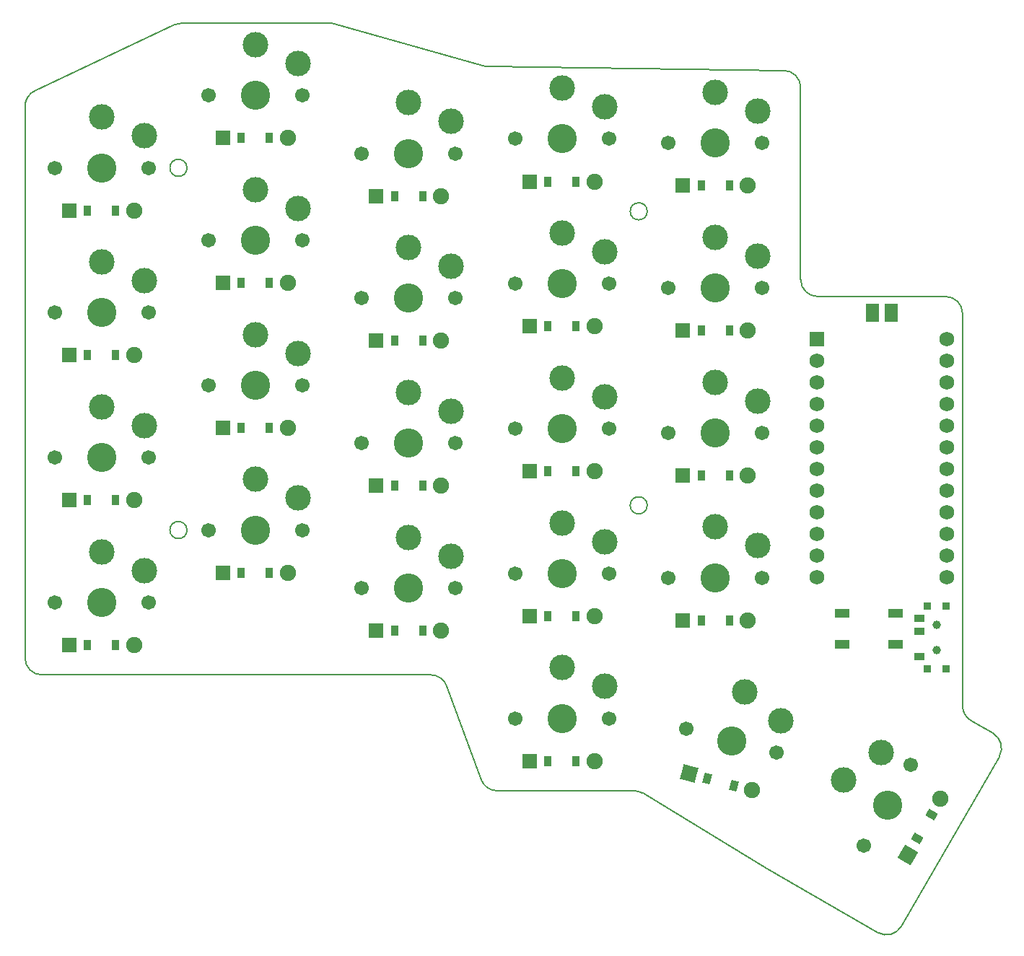
<source format=gbr>
%TF.GenerationSoftware,KiCad,Pcbnew,(6.0.0)*%
%TF.CreationDate,2022-02-05T12:05:09+01:00*%
%TF.ProjectId,samoklava2_pcb,73616d6f-6b6c-4617-9661-325f7063622e,v1.0.0*%
%TF.SameCoordinates,Original*%
%TF.FileFunction,Soldermask,Top*%
%TF.FilePolarity,Negative*%
%FSLAX46Y46*%
G04 Gerber Fmt 4.6, Leading zero omitted, Abs format (unit mm)*
G04 Created by KiCad (PCBNEW (6.0.0)) date 2022-02-05 12:05:09*
%MOMM*%
%LPD*%
G01*
G04 APERTURE LIST*
G04 Aperture macros list*
%AMRotRect*
0 Rectangle, with rotation*
0 The origin of the aperture is its center*
0 $1 length*
0 $2 width*
0 $3 Rotation angle, in degrees counterclockwise*
0 Add horizontal line*
21,1,$1,$2,0,0,$3*%
G04 Aperture macros list end*
%TA.AperFunction,Profile*%
%ADD10C,0.150000*%
%TD*%
%ADD11C,0.100000*%
%ADD12C,1.000000*%
%ADD13R,0.900000X0.900000*%
%ADD14R,1.250000X0.900000*%
%ADD15R,1.800000X1.100000*%
%ADD16C,1.701800*%
%ADD17C,3.000000*%
%ADD18C,3.429000*%
%ADD19RotRect,0.900000X1.200000X345.000000*%
%ADD20C,1.905000*%
%ADD21RotRect,1.778000X1.778000X345.000000*%
%ADD22R,0.900000X1.200000*%
%ADD23R,1.778000X1.778000*%
%ADD24R,1.752600X1.752600*%
%ADD25C,1.752600*%
%ADD26RotRect,0.900000X1.200000X60.000000*%
%ADD27RotRect,1.778000X1.778000X60.000000*%
G04 APERTURE END LIST*
D10*
X101000000Y33900000D02*
G75*
G03*
X99000000Y35900000I-1999999J1D01*
G01*
X101000000Y-12141090D02*
G75*
G03*
X102000000Y-13873141I2000000J0D01*
G01*
X-9000000Y-6500000D02*
G75*
G03*
X-7000000Y-8500000I1999999J-1D01*
G01*
X-9000000Y58232663D02*
X-9000000Y-6500000D01*
X8594465Y67808497D02*
X-7854013Y60041161D01*
X44745899Y62971995D02*
X27267341Y67924253D01*
X46395588Y-22100000D02*
X62441218Y-22100000D01*
X80027025Y62426662D02*
X45264080Y62896431D01*
X40481569Y-9809869D02*
X44518431Y-20790131D01*
X78060291Y-31227935D02*
G75*
G03*
X78096935Y-31249615I1031524J1701695D01*
G01*
X-7000000Y-8500000D02*
X38604412Y-8500000D01*
X27267341Y67924253D02*
G75*
G03*
X26722136Y68000000I-545201J-1924212D01*
G01*
X78096934Y-31249614D02*
X91068878Y-38738969D01*
X26722135Y68000000D02*
X9448477Y68000000D01*
X44518431Y-20790131D02*
G75*
G03*
X46395588Y-22100000I1877157J690130D01*
G01*
X10000000Y8500000D02*
G75*
G03*
X10000000Y8500000I-1000000J0D01*
G01*
X63477862Y-22389629D02*
X78060291Y-31227935D01*
X64000000Y11400000D02*
G75*
G03*
X64000000Y11400000I-1000000J0D01*
G01*
X40481569Y-9809869D02*
G75*
G03*
X38604412Y-8500000I-1877157J-690130D01*
G01*
X99000000Y35900000D02*
X84000000Y35900000D01*
X101000000Y-12141090D02*
X101000000Y33900000D01*
X9448477Y68000000D02*
G75*
G03*
X8594464Y67808497I2J-2000006D01*
G01*
X82000000Y37900000D02*
X82000000Y60426844D01*
X10000000Y51000000D02*
G75*
G03*
X10000000Y51000000I-1000000J0D01*
G01*
X-7854013Y60041161D02*
G75*
G03*
X-9000001Y58232663I854012J-1808497D01*
G01*
X93800928Y-38006919D02*
X105300929Y-18088334D01*
X63477862Y-22389629D02*
G75*
G03*
X62441218Y-22100000I-1036646J-1710378D01*
G01*
X64000000Y45900000D02*
G75*
G03*
X64000000Y45900000I-1000000J0D01*
G01*
X105300929Y-18088334D02*
G75*
G03*
X104568878Y-15356283I-1732051J1000000D01*
G01*
X102000000Y-13873141D02*
X104568878Y-15356284D01*
X44745899Y62971995D02*
G75*
G03*
X45264080Y62896431I545202J1924232D01*
G01*
X82000001Y60426844D02*
G75*
G03*
X80027025Y62426661I-2000001J-1D01*
G01*
X91068878Y-38738969D02*
G75*
G03*
X93800928Y-38006919I1000000J1732050D01*
G01*
X82000000Y37900000D02*
G75*
G03*
X84000000Y35900000I1999999J-1D01*
G01*
D11*
%TO.C,BT1*%
X93300000Y35036000D02*
X93300000Y33036000D01*
X93300000Y33036000D02*
X91900000Y33036000D01*
X91900000Y33036000D02*
X91900000Y35036000D01*
X91900000Y35036000D02*
X93300000Y35036000D01*
G36*
X93300000Y33036000D02*
G01*
X91900000Y33036000D01*
X91900000Y35036000D01*
X93300000Y35036000D01*
X93300000Y33036000D01*
G37*
X93300000Y33036000D02*
X91900000Y33036000D01*
X91900000Y35036000D01*
X93300000Y35036000D01*
X93300000Y33036000D01*
X91098558Y35036000D02*
X91098558Y33036000D01*
X91098558Y33036000D02*
X89698558Y33036000D01*
X89698558Y33036000D02*
X89698558Y35036000D01*
X89698558Y35036000D02*
X91098558Y35036000D01*
G36*
X91098558Y33036000D02*
G01*
X89698558Y33036000D01*
X89698558Y35036000D01*
X91098558Y35036000D01*
X91098558Y33036000D01*
G37*
X91098558Y33036000D02*
X89698558Y33036000D01*
X89698558Y35036000D01*
X91098558Y35036000D01*
X91098558Y33036000D01*
%TD*%
D12*
%TO.C,T1*%
X98000000Y-2600000D03*
D13*
X99100000Y-7800000D03*
X99100000Y-400000D03*
D12*
X98000000Y-5600000D03*
D13*
X96900000Y-400000D03*
X96900000Y-7800000D03*
D14*
X95925000Y-6350000D03*
X95925000Y-3350000D03*
X95925000Y-1850000D03*
%TD*%
D15*
%TO.C,B1*%
X86900000Y-1250000D03*
X93100000Y-1250000D03*
X86900000Y-4950000D03*
X93100000Y-4950000D03*
%TD*%
D16*
%TO.C,S9*%
X41500000Y1700000D03*
D17*
X36000000Y7650000D03*
X41000000Y5450000D03*
D18*
X36000000Y1700000D03*
D16*
X30500000Y1700000D03*
%TD*%
%TO.C,S6*%
X23500000Y25500000D03*
X12500000Y25500000D03*
D17*
X18000000Y31450000D03*
X23000000Y29250000D03*
D18*
X18000000Y25500000D03*
%TD*%
%TO.C,S8*%
X18000000Y59500000D03*
D16*
X23500000Y59500000D03*
D17*
X23000000Y63250000D03*
X18000000Y65450000D03*
D16*
X12500000Y59500000D03*
%TD*%
D18*
%TO.C,S4*%
X0Y51000000D03*
D17*
X0Y56950000D03*
X5000000Y54750000D03*
D16*
X5500000Y51000000D03*
X-5500000Y51000000D03*
%TD*%
D19*
%TO.C,D22*%
X71005421Y-20621580D03*
D20*
X76279376Y-22034732D03*
D21*
X68919022Y-20062530D03*
D19*
X74192977Y-21475682D03*
%TD*%
D20*
%TO.C,D15*%
X57810000Y32400000D03*
D22*
X52350000Y32400000D03*
X55650000Y32400000D03*
D23*
X50190000Y32400000D03*
%TD*%
D22*
%TO.C,D6*%
X16350000Y20500000D03*
D20*
X21810000Y20500000D03*
D23*
X14190000Y20500000D03*
D22*
X19650000Y20500000D03*
%TD*%
D24*
%TO.C,MCU1*%
X83880000Y30870000D03*
D25*
X83880000Y28330000D03*
X83880000Y25790000D03*
X83880000Y23250000D03*
X83880000Y20710000D03*
X83880000Y18170000D03*
X83880000Y15630000D03*
X83880000Y13090000D03*
X83880000Y10550000D03*
X83880000Y8010000D03*
X83880000Y5470000D03*
X83880000Y2930000D03*
X99120000Y30870000D03*
X99120000Y28330000D03*
X99120000Y25790000D03*
X99120000Y23250000D03*
X99120000Y20710000D03*
X99120000Y18170000D03*
X99120000Y15630000D03*
X99120000Y13090000D03*
X99120000Y10550000D03*
X99120000Y8010000D03*
X99120000Y5470000D03*
X99120000Y2930000D03*
%TD*%
D20*
%TO.C,D10*%
X39810000Y13700000D03*
D22*
X34350000Y13700000D03*
D23*
X32190000Y13700000D03*
D22*
X37650000Y13700000D03*
%TD*%
D17*
%TO.C,S21*%
X54000000Y-7650000D03*
D18*
X54000000Y-13600000D03*
D17*
X59000000Y-9850000D03*
D16*
X59500000Y-13600000D03*
X48500000Y-13600000D03*
%TD*%
D22*
%TO.C,D16*%
X52350000Y49400000D03*
D20*
X57810000Y49400000D03*
D23*
X50190000Y49400000D03*
D22*
X55650000Y49400000D03*
%TD*%
D20*
%TO.C,D11*%
X39810000Y30700000D03*
D22*
X34350000Y30700000D03*
D23*
X32190000Y30700000D03*
D22*
X37650000Y30700000D03*
%TD*%
D18*
%TO.C,S19*%
X72000000Y36900000D03*
D16*
X66500000Y36900000D03*
X77500000Y36900000D03*
D17*
X72000000Y42850000D03*
X77000000Y40650000D03*
%TD*%
D22*
%TO.C,D17*%
X70350000Y-2100000D03*
D20*
X75810000Y-2100000D03*
D23*
X68190000Y-2100000D03*
D22*
X73650000Y-2100000D03*
%TD*%
D17*
%TO.C,S15*%
X59000000Y41150000D03*
D16*
X48500000Y37400000D03*
D17*
X54000000Y43350000D03*
D16*
X59500000Y37400000D03*
D18*
X54000000Y37400000D03*
%TD*%
D17*
%TO.C,S1*%
X5000000Y3750000D03*
D18*
X0Y0D03*
D16*
X-5500000Y0D03*
X5500000Y0D03*
D17*
X0Y5950000D03*
%TD*%
D16*
%TO.C,S22*%
X68580702Y-14795497D03*
D17*
X79693495Y-13890875D03*
X75433267Y-10471743D03*
D16*
X79205886Y-17642507D03*
D18*
X73893294Y-16219002D03*
%TD*%
D22*
%TO.C,D20*%
X70350000Y48900000D03*
D20*
X75810000Y48900000D03*
D23*
X68190000Y48900000D03*
D22*
X73650000Y48900000D03*
%TD*%
D16*
%TO.C,S13*%
X48500000Y3400000D03*
D17*
X54000000Y9350000D03*
D18*
X54000000Y3400000D03*
D16*
X59500000Y3400000D03*
D17*
X59000000Y7150000D03*
%TD*%
D16*
%TO.C,S3*%
X-5500000Y34000000D03*
D17*
X0Y39950000D03*
X5000000Y37750000D03*
D18*
X0Y34000000D03*
D16*
X5500000Y34000000D03*
%TD*%
D22*
%TO.C,D18*%
X70350000Y14900000D03*
D20*
X75810000Y14900000D03*
D22*
X73650000Y14900000D03*
D23*
X68190000Y14900000D03*
%TD*%
D22*
%TO.C,D7*%
X16350000Y37500000D03*
D20*
X21810000Y37500000D03*
D23*
X14190000Y37500000D03*
D22*
X19650000Y37500000D03*
%TD*%
D20*
%TO.C,D13*%
X57810000Y-1600000D03*
D22*
X52350000Y-1600000D03*
D23*
X50190000Y-1600000D03*
D22*
X55650000Y-1600000D03*
%TD*%
%TO.C,D4*%
X-1650000Y46000000D03*
D20*
X3810000Y46000000D03*
D22*
X1650000Y46000000D03*
D23*
X-3810000Y46000000D03*
%TD*%
D26*
%TO.C,D23*%
X95694840Y-27726569D03*
D20*
X98424840Y-22998070D03*
D26*
X97344840Y-24868685D03*
D27*
X94614840Y-29597184D03*
%TD*%
D20*
%TO.C,D21*%
X57810000Y-18600000D03*
D22*
X52350000Y-18600000D03*
D23*
X50190000Y-18600000D03*
D22*
X55650000Y-18600000D03*
%TD*%
D20*
%TO.C,D14*%
X57810000Y15400000D03*
D22*
X52350000Y15400000D03*
X55650000Y15400000D03*
D23*
X50190000Y15400000D03*
%TD*%
D17*
%TO.C,S7*%
X23000000Y46250000D03*
D16*
X23500000Y42500000D03*
X12500000Y42500000D03*
D17*
X18000000Y48450000D03*
D18*
X18000000Y42500000D03*
%TD*%
%TO.C,S11*%
X36000000Y35700000D03*
D17*
X36000000Y41650000D03*
X41000000Y39450000D03*
D16*
X41500000Y35700000D03*
X30500000Y35700000D03*
%TD*%
D20*
%TO.C,D9*%
X39810000Y-3300000D03*
D22*
X34350000Y-3300000D03*
X37650000Y-3300000D03*
D23*
X32190000Y-3300000D03*
%TD*%
D17*
%TO.C,S12*%
X41000000Y56450000D03*
X36000000Y58650000D03*
D16*
X41500000Y52700000D03*
X30500000Y52700000D03*
D18*
X36000000Y52700000D03*
%TD*%
D20*
%TO.C,D12*%
X39810000Y47700000D03*
D22*
X34350000Y47700000D03*
D23*
X32190000Y47700000D03*
D22*
X37650000Y47700000D03*
%TD*%
D17*
%TO.C,S2*%
X0Y22950000D03*
D16*
X5500000Y17000000D03*
D18*
X0Y17000000D03*
D16*
X-5500000Y17000000D03*
D17*
X5000000Y20750000D03*
%TD*%
D20*
%TO.C,D1*%
X3810000Y-5000000D03*
D22*
X-1650000Y-5000000D03*
D23*
X-3810000Y-5000000D03*
D22*
X1650000Y-5000000D03*
%TD*%
D17*
%TO.C,S23*%
X87036862Y-20822627D03*
X91442118Y-17592500D03*
D16*
X94939713Y-19034487D03*
D18*
X92189713Y-23797627D03*
D16*
X89439713Y-28560767D03*
%TD*%
D22*
%TO.C,D8*%
X16350000Y54500000D03*
D20*
X21810000Y54500000D03*
D23*
X14190000Y54500000D03*
D22*
X19650000Y54500000D03*
%TD*%
%TO.C,D5*%
X16350000Y3500000D03*
D20*
X21810000Y3500000D03*
D22*
X19650000Y3500000D03*
D23*
X14190000Y3500000D03*
%TD*%
D22*
%TO.C,D19*%
X70350000Y31900000D03*
D20*
X75810000Y31900000D03*
D22*
X73650000Y31900000D03*
D23*
X68190000Y31900000D03*
%TD*%
D16*
%TO.C,S5*%
X12500000Y8500000D03*
D17*
X23000000Y12250000D03*
D18*
X18000000Y8500000D03*
D16*
X23500000Y8500000D03*
D17*
X18000000Y14450000D03*
%TD*%
D16*
%TO.C,S17*%
X66500000Y2900000D03*
X77500000Y2900000D03*
D18*
X72000000Y2900000D03*
D17*
X72000000Y8850000D03*
X77000000Y6650000D03*
%TD*%
%TO.C,S20*%
X77000000Y57650000D03*
X72000000Y59850000D03*
D16*
X77500000Y53900000D03*
D18*
X72000000Y53900000D03*
D16*
X66500000Y53900000D03*
%TD*%
%TO.C,S10*%
X41500000Y18700000D03*
D17*
X41000000Y22450000D03*
X36000000Y24650000D03*
D18*
X36000000Y18700000D03*
D16*
X30500000Y18700000D03*
%TD*%
D17*
%TO.C,S16*%
X54000000Y60350000D03*
D16*
X59500000Y54400000D03*
D17*
X59000000Y58150000D03*
D18*
X54000000Y54400000D03*
D16*
X48500000Y54400000D03*
%TD*%
%TO.C,S14*%
X59500000Y20400000D03*
D18*
X54000000Y20400000D03*
D17*
X59000000Y24150000D03*
D16*
X48500000Y20400000D03*
D17*
X54000000Y26350000D03*
%TD*%
D20*
%TO.C,D2*%
X3810000Y12000000D03*
D22*
X-1650000Y12000000D03*
D23*
X-3810000Y12000000D03*
D22*
X1650000Y12000000D03*
%TD*%
D18*
%TO.C,S18*%
X72000000Y19900000D03*
D16*
X66500000Y19900000D03*
X77500000Y19900000D03*
D17*
X77000000Y23650000D03*
X72000000Y25850000D03*
%TD*%
D20*
%TO.C,D3*%
X3810000Y29000000D03*
D22*
X-1650000Y29000000D03*
D23*
X-3810000Y29000000D03*
D22*
X1650000Y29000000D03*
%TD*%
M02*

</source>
